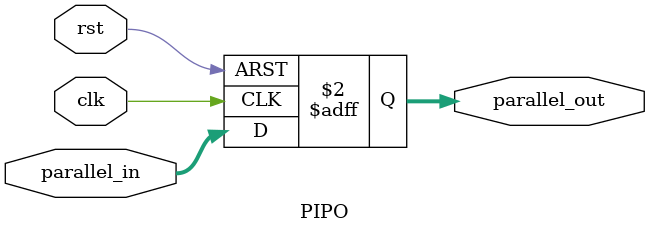
<source format=v>
module PIPO (
    input clk,
    input rst,
    input [3:0] parallel_in,
    output reg [3:0] parallel_out
);
    always @(posedge clk or posedge rst) begin
        if (rst)
            parallel_out <= 4'b0000;
        else
            parallel_out <= parallel_in;
    end
endmodule

</source>
